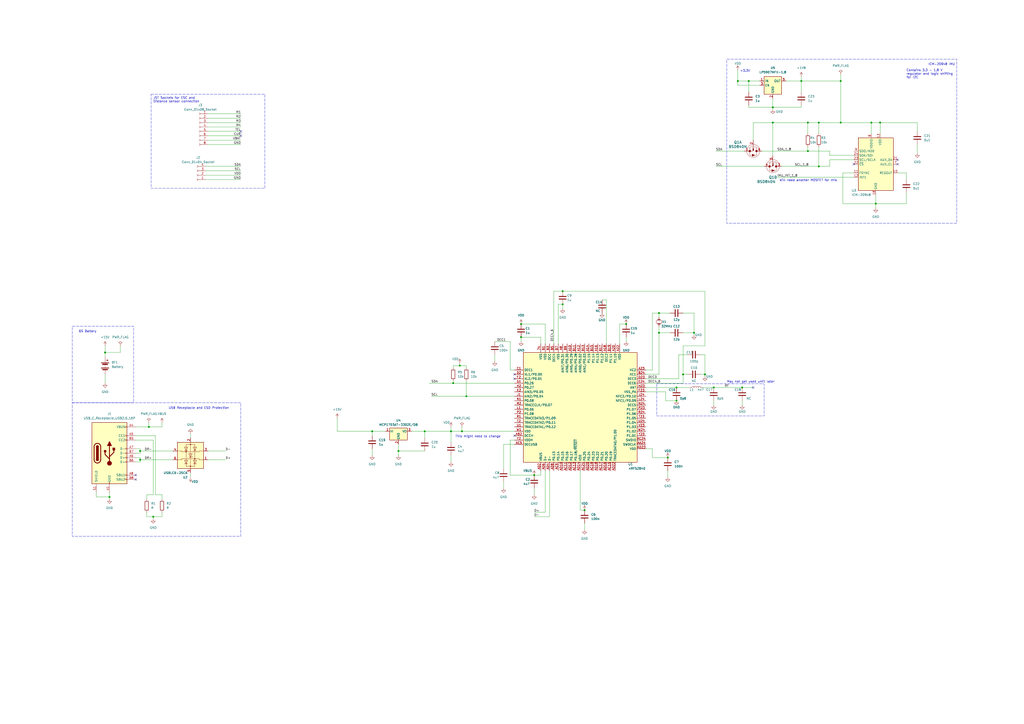
<source format=kicad_sch>
(kicad_sch (version 20230121) (generator eeschema)
  (paper "A2")
  (lib_symbols
    (symbol "BSD840N:BSD840NH6327XTSA1_1" (pin_names (offset 0.254) hide)
      (property "Reference" "Q" (at 15.7988 2.1082 0))
      (property "Value" "BSD840N" (at 16.1798 -0.4572 0))
      (symbol "BSD840NH6327XTSA1_1_1_0"
        (pin power_out line (at 0 -5.08 90) (length 3) (name "1") (number "1"))
        (pin power_in line (at -6.35 0 0) (length 3.7) (name "2") (number "2"))
        (pin power_in line (at 0 5.08 270) (length 3) (name "6") (number "6"))
      )
      (symbol "BSD840NH6327XTSA1_1_2_1"
        (pin power_in line (at 0 5.08 270) (length 3) (name "3") (number "3"))
        (pin unspecified line (at 0 -5.08 90) (length 3) (name "4") (number "4"))
        (pin power_in line (at -6.35 0 0) (length 3.7) (name "5") (number "5"))
      )
    )
    (symbol "Connector:Conn_01x04_Socket" (pin_names (offset 1.016) hide)
      (property "Reference" "J" (at 0 5.08 0))
      (property "Value" "Conn_01x04_Socket" (at 0 -7.62 0))
      (symbol "Conn_01x04_Socket_1_1"
        (pin passive line (at -5.08 2.54 0) (length 3.81) (name "Pin_1") (number "1"))
        (pin passive line (at -5.08 0 0) (length 3.81) (name "Pin_2") (number "2"))
        (pin passive line (at -5.08 -2.54 0) (length 3.81) (name "Pin_3") (number "3"))
        (pin passive line (at -5.08 -5.08 0) (length 3.81) (name "Pin_4") (number "4"))
      )
    )
    (symbol "Connector:Conn_01x08_Socket" (pin_names (offset 1.016) hide)
      (property "Reference" "J" (at 0 10.16 0))
      (property "Value" "Conn_01x08_Socket" (at 0 -12.7 0))
      (symbol "Conn_01x08_Socket_1_1"
        (pin passive line (at -5.08 7.62 0) (length 3.81) (name "Pin_1") (number "1"))
        (pin passive line (at -5.08 5.08 0) (length 3.81) (name "Pin_2") (number "2"))
        (pin passive line (at -5.08 2.54 0) (length 3.81) (name "Pin_3") (number "3"))
        (pin passive line (at -5.08 0 0) (length 3.81) (name "Pin_4") (number "4"))
        (pin passive line (at -5.08 -2.54 0) (length 3.81) (name "Pin_5") (number "5"))
        (pin passive line (at -5.08 -5.08 0) (length 3.81) (name "Pin_6") (number "6"))
        (pin passive line (at -5.08 -7.62 0) (length 3.81) (name "Pin_7") (number "7"))
        (pin passive line (at -5.08 -10.16 0) (length 3.81) (name "Pin_8") (number "8"))
      )
    )
    (symbol "Connector:USB_C_Receptacle_USB2.0_16P" (pin_names (offset 1.016))
      (property "Reference" "J" (at 0 22.225 0))
      (property "Value" "USB_C_Receptacle_USB2.0_16P" (at 0 19.685 0))
      (symbol "USB_C_Receptacle_USB2.0_16P_1_1"
        (pin passive line (at 0 -22.86 90) (length 5.08) (name "GND") (number "A1"))
        (pin passive line (at 0 -22.86 90) (length 5.08) hide (name "GND") (number "A12"))
        (pin passive line (at 15.24 15.24 180) (length 5.08) (name "VBUS") (number "A4"))
        (pin bidirectional line (at 15.24 10.16 180) (length 5.08) (name "CC1") (number "A5"))
        (pin bidirectional line (at 15.24 -2.54 180) (length 5.08) (name "D+") (number "A6"))
        (pin bidirectional line (at 15.24 2.54 180) (length 5.08) (name "D-") (number "A7"))
        (pin bidirectional line (at 15.24 -12.7 180) (length 5.08) (name "SBU1") (number "A8"))
        (pin passive line (at 15.24 15.24 180) (length 5.08) hide (name "VBUS") (number "A9"))
        (pin passive line (at 0 -22.86 90) (length 5.08) hide (name "GND") (number "B1"))
        (pin passive line (at 0 -22.86 90) (length 5.08) hide (name "GND") (number "B12"))
        (pin passive line (at 15.24 15.24 180) (length 5.08) hide (name "VBUS") (number "B4"))
        (pin bidirectional line (at 15.24 7.62 180) (length 5.08) (name "CC2") (number "B5"))
        (pin bidirectional line (at 15.24 -5.08 180) (length 5.08) (name "D+") (number "B6"))
        (pin bidirectional line (at 15.24 0 180) (length 5.08) (name "D-") (number "B7"))
        (pin bidirectional line (at 15.24 -15.24 180) (length 5.08) (name "SBU2") (number "B8"))
        (pin passive line (at 15.24 15.24 180) (length 5.08) hide (name "VBUS") (number "B9"))
        (pin passive line (at -7.62 -22.86 90) (length 5.08) (name "SHIELD") (number "S1"))
      )
    )
    (symbol "Device:Battery" (pin_numbers hide) (pin_names (offset 0) hide)
      (property "Reference" "BT" (at 2.54 2.54 0))
      (property "Value" "Battery" (at 2.54 0 0))
      (symbol "Battery_1_1"
        (pin passive line (at 0 5.08 270) (length 2.54) (name "+") (number "1"))
        (pin passive line (at 0 -5.08 90) (length 2.54) (name "-") (number "2"))
      )
    )
    (symbol "Device:C" (pin_numbers hide) (pin_names (offset 0.254))
      (property "Reference" "C" (at 0.635 2.54 0))
      (property "Value" "C" (at 0.635 -2.54 0))
      (symbol "C_1_1"
        (pin passive line (at 0 3.81 270) (length 2.794) (name "~") (number "1"))
        (pin passive line (at 0 -3.81 90) (length 2.794) (name "~") (number "2"))
      )
    )
    (symbol "Device:Crystal_Small" (pin_numbers hide) (pin_names (offset 1.016) hide)
      (property "Reference" "Y" (at 0 2.54 0))
      (property "Value" "Crystal_Small" (at 0 -2.54 0))
      (symbol "Crystal_Small_1_1"
        (pin passive line (at -2.54 0 0) (length 1.27) (name "1") (number "1"))
        (pin passive line (at 2.54 0 180) (length 1.27) (name "2") (number "2"))
      )
    )
    (symbol "Device:L" (pin_numbers hide) (pin_names (offset 1.016) hide)
      (property "Reference" "L" (at -1.27 0 90))
      (property "Value" "L" (at 1.905 0 90))
      (symbol "L_1_1"
        (pin passive line (at 0 3.81 270) (length 1.27) (name "1") (number "1"))
        (pin passive line (at 0 -3.81 90) (length 1.27) (name "2") (number "2"))
      )
    )
    (symbol "Device:R" (pin_numbers hide) (pin_names (offset 0))
      (property "Reference" "R" (at 2.032 0 90))
      (property "Value" "R" (at 0 0 90))
      (symbol "R_1_1"
        (pin passive line (at 0 3.81 270) (length 1.27) (name "~") (number "1"))
        (pin passive line (at 0 -3.81 90) (length 1.27) (name "~") (number "2"))
      )
    )
    (symbol "Regulator_Linear:LP5907MFX-1.8"
      (property "Reference" "U" (at -3.81 6.35 0))
      (property "Value" "LP5907MFX-1.8" (at 6.35 6.35 0))
      (symbol "LP5907MFX-1.8_0_1"
        (pin power_in line (at -7.62 2.54 0) (length 2.54) (name "IN") (number "1"))
        (pin power_in line (at 0 -7.62 90) (length 2.54) (name "GND") (number "2"))
        (pin input line (at -7.62 0 0) (length 2.54) (name "EN") (number "3"))
        (pin no_connect line (at 5.08 0 180) (length 2.54) hide (name "NC") (number "4"))
        (pin power_out line (at 7.62 2.54 180) (length 2.54) (name "OUT") (number "5"))
      )
    )
    (symbol "Regulator_Linear:MCP1703Ax-330xxDB" (pin_names (offset 0.254))
      (property "Reference" "U" (at -3.81 3.175 0))
      (property "Value" "MCP1703Ax-330xxDB" (at 0 3.175 0))
      (symbol "MCP1703Ax-330xxDB_1_1"
        (pin power_in line (at -7.62 0 0) (length 2.54) (name "VI") (number "1"))
        (pin power_in line (at 0 -7.62 90) (length 2.54) (name "GND") (number "2"))
        (pin power_out line (at 7.62 0 180) (length 2.54) (name "VO") (number "3"))
      )
    )
    (symbol "STM32_PhilsLab_SchSym:USBLC6-2SC6" (pin_names hide)
      (property "Reference" "U" (at 2.54 8.89 0))
      (property "Value" "USBLC6-2SC6" (at 2.54 -8.89 0))
      (symbol "USBLC6-2SC6_1_1"
        (pin passive line (at -10.16 2.54 0) (length 2.54) (name "I/O1") (number "1"))
        (pin passive line (at 0 -10.16 90) (length 2.54) (name "GND") (number "2"))
        (pin passive line (at -10.16 -2.54 0) (length 2.54) (name "I/O2") (number "3"))
        (pin passive line (at 10.16 -2.54 180) (length 2.54) (name "I/O2") (number "4"))
        (pin passive line (at 0 10.16 270) (length 2.54) (name "VBUS") (number "5"))
        (pin passive line (at 10.16 2.54 180) (length 2.54) (name "I/O1") (number "6"))
      )
    )
    (symbol "Sensor_Motion:ICM-20948"
      (property "Reference" "U" (at -11.43 16.51 0))
      (property "Value" "ICM-20948" (at 7.62 -16.51 0))
      (symbol "ICM-20948_1_1"
        (pin no_connect line (at -10.16 12.7 0) (length 2.54) hide (name "NC") (number "1"))
        (pin passive line (at 12.7 -5.08 180) (length 2.54) (name "REGOUT") (number "10"))
        (pin input line (at -12.7 -5.08 0) (length 2.54) (name "FSYNC") (number "11"))
        (pin output line (at -12.7 -7.62 0) (length 2.54) (name "INT1") (number "12"))
        (pin power_in line (at 2.54 17.78 270) (length 2.54) (name "VDD") (number "13"))
        (pin no_connect line (at 10.16 7.62 180) (length 2.54) hide (name "NC") (number "14"))
        (pin no_connect line (at 10.16 5.08 180) (length 2.54) hide (name "NC") (number "15"))
        (pin no_connect line (at 10.16 -7.62 180) (length 2.54) hide (name "NC") (number "16"))
        (pin no_connect line (at 10.16 -10.16 180) (length 2.54) hide (name "NC") (number "17"))
        (pin power_in line (at 0 -17.78 90) (length 2.54) (name "GND") (number "18"))
        (pin no_connect line (at 10.16 -12.7 180) (length 2.54) hide (name "RESV") (number "19"))
        (pin no_connect line (at -10.16 10.16 0) (length 2.54) hide (name "NC") (number "2"))
        (pin passive line (at 0 -17.78 90) (length 2.54) hide (name "GND") (number "20"))
        (pin bidirectional line (at 12.7 2.54 180) (length 2.54) (name "AUX_DA") (number "21"))
        (pin input line (at -12.7 0 0) (length 2.54) (name "~{CS}") (number "22"))
        (pin input line (at -12.7 2.54 0) (length 2.54) (name "SCL/SCLK") (number "23"))
        (pin bidirectional line (at -12.7 5.08 0) (length 2.54) (name "SDA/SDI") (number "24"))
        (pin no_connect line (at -10.16 -2.54 0) (length 2.54) hide (name "NC") (number "3"))
        (pin no_connect line (at -10.16 -10.16 0) (length 2.54) hide (name "NC") (number "4"))
        (pin no_connect line (at -10.16 -12.7 0) (length 2.54) hide (name "NC") (number "5"))
        (pin no_connect line (at 10.16 10.16 180) (length 2.54) hide (name "NC") (number "6"))
        (pin output line (at 12.7 0 180) (length 2.54) (name "AUX_CL") (number "7"))
        (pin power_in line (at -2.54 17.78 270) (length 2.54) (name "VDDIO") (number "8"))
        (pin bidirectional line (at -12.7 7.62 0) (length 2.54) (name "SDO/AD0") (number "9"))
      )
    )
    (symbol "nRF52840:nRF52840"
      (property "Reference" "U" (at 60.96 -2.54 0))
      (property "Value" "nRF52840" (at 63.5 -5.08 0))
      (symbol "nRF52840_1_1"
        (pin power_in line (at 10.16 68.58 270) (length 5.08) (name "VSS") (number "74"))
        (pin bidirectional line (at 27.94 68.58 270) (length 5.08) (name "AIN5/P0.29") (number "A10"))
        (pin bidirectional line (at 33.02 68.58 270) (length 5.08) (name "AIN0/P0.02") (number "A12"))
        (pin bidirectional line (at 38.1 68.58 270) (length 5.08) (name "P1.15") (number "A14"))
        (pin bidirectional line (at 43.18 68.58 270) (length 5.08) (name "P1.13") (number "A16"))
        (pin passive line (at 48.26 68.58 270) (length 5.08) (name "DEC2") (number "A18"))
        (pin bidirectional line (at 53.34 68.58 270) (length 5.08) (name "P1.10") (number "A20"))
        (pin power_in line (at 55.88 68.58 270) (length 5.08) (name "VDD") (number "A22"))
        (pin input line (at 71.12 53.34 180) (length 5.08) (name "XC2") (number "A23"))
        (pin bidirectional line (at 22.86 68.58 270) (length 5.08) (name "AIN7/P0.31") (number "A8"))
        (pin input line (at 71.12 10.16 180) (length 5.08) (name "SWDCLK") (number "AA24"))
        (pin power_out line (at -5.08 15.24 0) (length 5.08) (name "DCCH") (number "AB2"))
        (pin bidirectional line (at 25.4 -5.08 90) (length 5.08) (name "P0.16") (number "AC11"))
        (pin bidirectional line (at 30.48 -5.08 90) (length 5.08) (name "P0.18/~{RESET}") (number "AC13"))
        (pin bidirectional line (at 50.8 -5.08 90) (length 5.08) (name "P0.19") (number "AC15"))
        (pin bidirectional line (at 45.72 -5.08 90) (length 5.08) (name "P0.21") (number "AC17"))
        (pin bidirectional line (at 40.64 -5.08 90) (length 5.08) (name "P0.23") (number "AC19"))
        (pin bidirectional line (at 35.56 -5.08 90) (length 5.08) (name "P0.25") (number "AC21"))
        (pin bidirectional line (at 71.12 12.7 180) (length 5.08) (name "SWDIO") (number "AC24"))
        (pin passive line (at -5.08 10.16 0) (length 5.08) (name "DECUSB") (number "AC5"))
        (pin bidirectional line (at 20.32 -5.08 90) (length 5.08) (name "P0.14") (number "AC9"))
        (pin bidirectional line (at 22.86 -5.08 90) (length 5.08) (name "P0.15") (number "AD10"))
        (pin bidirectional line (at 27.94 -5.08 90) (length 5.08) (name "P0.17") (number "AD12"))
        (pin power_in line (at 33.02 -5.08 90) (length 5.08) (name "VDD") (number "AD14"))
        (pin bidirectional line (at 48.26 -5.08 90) (length 5.08) (name "P0.20") (number "AD16"))
        (pin bidirectional line (at 43.18 -5.08 90) (length 5.08) (name "P0.22") (number "AD18"))
        (pin power_in line (at 10.16 -5.08 90) (length 5.08) (name "VBUS") (number "AD2"))
        (pin bidirectional line (at 38.1 -5.08 90) (length 5.08) (name "P0.24") (number "AD20"))
        (pin bidirectional line (at 53.34 -5.08 90) (length 5.08) (name "TRACEDATA0/P1.00") (number "AD22"))
        (pin power_in line (at 71.12 7.62 180) (length 5.08) (name "VDD") (number "AD23"))
        (pin bidirectional line (at 15.24 -5.08 90) (length 5.08) (name "D-") (number "AD4"))
        (pin bidirectional line (at 12.7 -5.08 90) (length 5.08) (name "D+") (number "AD6"))
        (pin bidirectional line (at 17.78 -5.08 90) (length 5.08) (name "P0.13") (number "AD8"))
        (pin power_in line (at 12.7 68.58 270) (length 5.08) (name "VDD") (number "B1"))
        (pin bidirectional line (at 30.48 68.58 270) (length 5.08) (name "AIN4/P0.28") (number "B11"))
        (pin bidirectional line (at 35.56 68.58 270) (length 5.08) (name "AIN1/P0.03") (number "B13"))
        (pin bidirectional line (at 40.64 68.58 270) (length 5.08) (name "P1.14") (number "B15"))
        (pin bidirectional line (at 45.72 68.58 270) (length 5.08) (name "P1.12") (number "B17"))
        (pin bidirectional line (at 50.8 68.58 270) (length 5.08) (name "P1.11") (number "B19"))
        (pin input line (at 71.12 50.8 180) (length 5.08) (name "XC1") (number "B24"))
        (pin power_out line (at 15.24 68.58 270) (length 5.08) (name "DCC") (number "B3"))
        (pin passive line (at 17.78 68.58 270) (length 5.08) (name "DEC4") (number "B5"))
        (pin power_in line (at 20.32 68.58 270) (length 5.08) (name "VSS") (number "B7"))
        (pin bidirectional line (at 25.4 68.58 270) (length 5.08) (name "AIN6/P0.30") (number "B9"))
        (pin passive line (at -5.08 53.34 0) (length 5.08) (name "DEC1") (number "C1"))
        (pin bidirectional line (at -5.08 50.8 0) (length 5.08) (name "XL1/P0.00") (number "D2"))
        (pin passive line (at 71.12 48.26 180) (length 5.08) (name "DEC3") (number "D23"))
        (pin passive line (at 71.12 45.72 180) (length 5.08) (name "DEC6") (number "E24"))
        (pin bidirectional line (at -5.08 48.26 0) (length 5.08) (name "XL2/P0.01") (number "F2"))
        (pin power_in line (at 71.12 40.64 180) (length 5.08) (name "VSS_PA") (number "F23"))
        (pin bidirectional line (at -5.08 45.72 0) (length 5.08) (name "P0.26") (number "G1"))
        (pin bidirectional line (at -5.08 43.18 0) (length 5.08) (name "P0.27") (number "H2"))
        (pin passive line (at 71.12 43.18 180) (length 5.08) (name "ANT") (number "H23"))
        (pin bidirectional line (at -5.08 38.1 0) (length 5.08) (name "AIN2/P0.04") (number "J1"))
        (pin bidirectional line (at 71.12 38.1 180) (length 5.08) (name "NFC2/P0.10") (number "J24"))
        (pin bidirectional line (at -5.08 40.64 0) (length 5.08) (name "AIN3/P0.05") (number "K2"))
        (pin bidirectional line (at -5.08 30.48 0) (length 5.08) (name "P0.06") (number "L1"))
        (pin bidirectional line (at 71.12 35.56 180) (length 5.08) (name "NFC1/P0.09") (number "L24"))
        (pin bidirectional line (at -5.08 33.02 0) (length 5.08) (name "TRACECLK/P0.07") (number "M2"))
        (pin bidirectional line (at -5.08 35.56 0) (length 5.08) (name "P0.08") (number "N1"))
        (pin passive line (at 71.12 33.02 180) (length 5.08) (name "DEC5") (number "N24"))
        (pin bidirectional line (at -5.08 27.94 0) (length 5.08) (name "P1.08") (number "P2"))
        (pin bidirectional line (at 71.12 30.48 180) (length 5.08) (name "P1.07") (number "P23"))
        (pin bidirectional line (at -5.08 25.4 0) (length 5.08) (name "TRACEDATA3/P1.09") (number "R1"))
        (pin bidirectional line (at 71.12 27.94 180) (length 5.08) (name "P1.06") (number "R24"))
        (pin bidirectional line (at -5.08 22.86 0) (length 5.08) (name "TRACEDATA2/P0.11") (number "T2"))
        (pin bidirectional line (at 71.12 25.4 180) (length 5.08) (name "P1.05") (number "T23"))
        (pin bidirectional line (at -5.08 20.32 0) (length 5.08) (name "TRACEDATA1/P0.12") (number "U1"))
        (pin bidirectional line (at 71.12 22.86 180) (length 5.08) (name "P1.04") (number "U24"))
        (pin bidirectional line (at 71.12 20.32 180) (length 5.08) (name "P1.03") (number "V23"))
        (pin power_in line (at -5.08 17.78 0) (length 5.08) (name "VDD") (number "W1"))
        (pin bidirectional line (at 71.12 17.78 180) (length 5.08) (name "P1.02") (number "W24"))
        (pin power_in line (at -5.08 12.7 0) (length 5.08) (name "VDDH") (number "Y2"))
        (pin bidirectional line (at 71.12 15.24 180) (length 5.08) (name "P1.01") (number "Y23"))
      )
    )
    (symbol "power:+15V" (power) (pin_names (offset 0))
      (property "Value" "+15V" (at 0 3.556 0))
      (symbol "+15V_1_1"
        (pin power_in line (at 0 0 90) (length 0) hide (name "+15V") (number "1"))
      )
    )
    (symbol "power:+1V8" (power) (pin_names (offset 0))
      (property "Value" "+1V8" (at 0 3.556 0))
      (symbol "+1V8_1_1"
        (pin power_in line (at 0 0 90) (length 0) hide (name "+1V8") (number "1"))
      )
    )
    (symbol "power:GND" (power) (pin_names (offset 0))
      (property "Value" "GND" (at 0 -3.81 0))
      (symbol "GND_1_1"
        (pin power_in line (at 0 0 270) (length 0) hide (name "GND") (number "1"))
      )
    )
    (symbol "power:PWR_FLAG" (power) (pin_numbers hide) (pin_names (offset 0) hide)
      (property "Value" "PWR_FLAG" (at 0 3.81 0))
      (symbol "PWR_FLAG_0_0"
        (pin power_out line (at 0 0 90) (length 0) (name "pwr") (number "1"))
      )
    )
    (symbol "power:VBUS" (power) (pin_names (offset 0))
      (property "Value" "VBUS" (at 0 3.81 0))
      (symbol "VBUS_1_1"
        (pin power_in line (at 0 0 90) (length 0) hide (name "VBUS") (number "1"))
      )
    )
    (symbol "power:VDD" (power) (pin_names (offset 0))
      (property "Value" "VDD" (at 0 3.81 0))
      (symbol "VDD_1_1"
        (pin power_in line (at 0 0 90) (length 0) hide (name "VDD") (number "1"))
      )
    )
  )
  (junction (at 474.98 96.52))
  (junction (at 464.82 46.99))
  (junction (at 63.5 288.29))
  (junction (at 510.54 71.12))
  (junction (at 434.34 46.99))
  (junction (at 382.27 181.61))
  (junction (at 427.99 46.99))
  (junction (at 302.26 187.96))
  (junction (at 246.38 250.19))
  (junction (at 468.63 71.12))
  (junction (at 387.35 265.43))
  (junction (at 215.9 250.19))
  (junction (at 88.9 299.72))
  (junction (at 81.28 261.62))
  (junction (at 408.94 217.17))
  (junction (at 448.31 62.23))
  (junction (at 81.28 266.7))
  (junction (at 309.88 275.59))
  (junction (at 266.7 212.09))
  (junction (at 430.53 224.79))
  (junction (at 363.22 187.96))
  (junction (at 414.02 224.79))
  (junction (at 261.62 250.19))
  (junction (at 302.26 195.58))
  (junction (at 474.98 71.12))
  (junction (at 339.09 295.91))
  (junction (at 267.97 250.19))
  (junction (at 270.51 229.87))
  (junction (at 402.59 193.04))
  (junction (at 392.43 224.79))
  (junction (at 487.68 71.12))
  (junction (at 326.39 168.91))
  (junction (at 505.46 71.12))
  (junction (at 86.36 247.65))
  (junction (at 231.14 261.62))
  (junction (at 382.27 193.04))
  (junction (at 468.63 87.63))
  (junction (at 392.43 232.41))
  (junction (at 508 118.11))
  (junction (at 448.31 71.12))
  (junction (at 326.39 176.53))
  (junction (at 396.24 217.17))
  (junction (at 487.68 46.99))
  (junction (at 262.89 222.25))
  (junction (at 60.96 204.47))
  (no_connect (at 298.45 219.71))
  (no_connect (at 78.74 278.13))
  (no_connect (at 520.7 92.71))
  (no_connect (at 298.45 217.17))
  (no_connect (at 436.88 224.79))
  (no_connect (at 298.45 252.73))
  (no_connect (at 139.7 78.74))
  (no_connect (at 495.3 95.25))
  (no_connect (at 520.7 95.25))
  (no_connect (at 139.7 76.2))
  (no_connect (at 78.74 275.59))
  (wire (pts (xy 81.28 260.35) (xy 81.28 261.62)))
  (wire (pts (xy 215.9 260.35) (xy 215.9 264.16)))
  (wire (pts (xy 88.9 300.99) (xy 88.9 299.72)))
  (wire (pts (xy 88.9 299.72) (xy 93.98 299.72)))
  (wire (pts (xy 351.79 173.99) (xy 349.25 173.99)))
  (wire (pts (xy 481.33 90.17) (xy 495.3 90.17)))
  (wire (pts (xy 302.26 195.58) (xy 313.69 195.58)))
  (wire (pts (xy 195.58 242.57) (xy 195.58 250.19)))
  (wire (pts (xy 270.51 229.87) (xy 298.45 229.87)))
  (wire (pts (xy 402.59 193.04) (xy 402.59 194.31)))
  (wire (pts (xy 81.28 261.62) (xy 100.33 261.62)))
  (wire (pts (xy 321.31 199.39) (xy 321.31 168.91)))
  (wire (pts (xy 78.74 265.43) (xy 81.28 265.43)))
  (wire (pts (xy 378.46 265.43) (xy 387.35 265.43)))
  (wire (pts (xy 90.17 252.73) (xy 90.17 287.02)))
  (wire (pts (xy 378.46 260.35) (xy 378.46 265.43)))
  (wire (pts (xy 309.88 287.02) (xy 309.88 283.21)))
  (wire (pts (xy 393.7 219.71) (xy 393.7 205.74)))
  (wire (pts (xy 93.98 287.02) (xy 93.98 289.56)))
  (wire (pts (xy 326.39 168.91) (xy 408.94 168.91)))
  (wire (pts (xy 295.91 275.59) (xy 309.88 275.59)))
  (wire (pts (xy 262.89 212.09) (xy 266.7 212.09)))
  (wire (pts (xy 415.29 87.63) (xy 431.8 87.63)))
  (wire (pts (xy 313.69 273.05) (xy 313.69 275.59)))
  (wire (pts (xy 474.98 85.09) (xy 474.98 96.52)))
  (wire (pts (xy 63.5 285.75) (xy 63.5 288.29)))
  (wire (pts (xy 266.7 210.82) (xy 266.7 212.09)))
  (wire (pts (xy 402.59 193.04) (xy 396.24 193.04)))
  (wire (pts (xy 448.31 62.23) (xy 448.31 63.5)))
  (wire (pts (xy 81.28 266.7) (xy 100.33 266.7)))
  (wire (pts (xy 298.45 257.81) (xy 292.1 257.81)))
  (wire (pts (xy 323.85 176.53) (xy 326.39 176.53)))
  (wire (pts (xy 246.38 250.19) (xy 261.62 250.19)))
  (wire (pts (xy 266.7 212.09) (xy 270.51 212.09)))
  (wire (pts (xy 387.35 273.05) (xy 387.35 276.86)))
  (wire (pts (xy 110.49 254) (xy 110.49 251.46)))
  (wire (pts (xy 231.14 264.16) (xy 231.14 261.62)))
  (wire (pts (xy 382.27 181.61) (xy 388.62 181.61)))
  (wire (pts (xy 313.69 195.58) (xy 313.69 199.39)))
  (wire (pts (xy 359.41 199.39) (xy 359.41 187.96)))
  (wire (pts (xy 525.78 118.11) (xy 508 118.11)))
  (wire (pts (xy 295.91 214.63) (xy 295.91 198.12)))
  (wire (pts (xy 231.14 261.62) (xy 246.38 261.62)))
  (wire (pts (xy 93.98 245.11) (xy 93.98 247.65)))
  (wire (pts (xy 262.89 222.25) (xy 298.45 222.25)))
  (wire (pts (xy 427.99 40.64) (xy 427.99 46.99)))
  (wire (pts (xy 436.88 71.12) (xy 436.88 81.28)))
  (wire (pts (xy 427.99 49.53) (xy 440.69 49.53)))
  (wire (pts (xy 81.28 261.62) (xy 81.28 262.89)))
  (wire (pts (xy 295.91 214.63) (xy 298.45 214.63)))
  (wire (pts (xy 525.78 111.76) (xy 525.78 118.11)))
  (wire (pts (xy 488.95 100.33) (xy 488.95 118.11)))
  (wire (pts (xy 85.09 287.02) (xy 85.09 289.56)))
  (wire (pts (xy 450.85 102.87) (xy 495.3 102.87)))
  (wire (pts (xy 88.9 255.27) (xy 88.9 287.02)))
  (wire (pts (xy 88.9 287.02) (xy 85.09 287.02)))
  (wire (pts (xy 119.38 99.06) (xy 139.7 99.06)))
  (wire (pts (xy 363.22 195.58) (xy 363.22 198.12)))
  (wire (pts (xy 292.1 283.21) (xy 292.1 279.4)))
  (wire (pts (xy 81.28 262.89) (xy 78.74 262.89)))
  (wire (pts (xy 448.31 71.12) (xy 468.63 71.12)))
  (wire (pts (xy 396.24 217.17) (xy 398.78 217.17)))
  (wire (pts (xy 267.97 247.65) (xy 267.97 250.19)))
  (wire (pts (xy 309.88 299.72) (xy 318.77 299.72)))
  (wire (pts (xy 120.65 266.7) (xy 130.81 266.7)))
  (wire (pts (xy 434.34 62.23) (xy 448.31 62.23)))
  (wire (pts (xy 434.34 46.99) (xy 434.34 53.34)))
  (wire (pts (xy 396.24 222.25) (xy 396.24 217.17)))
  (wire (pts (xy 261.62 250.19) (xy 267.97 250.19)))
  (wire (pts (xy 119.38 104.14) (xy 139.7 104.14)))
  (wire (pts (xy 63.5 288.29) (xy 63.5 289.56)))
  (wire (pts (xy 408.94 217.17) (xy 408.94 218.44)))
  (wire (pts (xy 78.74 252.73) (xy 90.17 252.73)))
  (wire (pts (xy 474.98 71.12) (xy 474.98 77.47)))
  (wire (pts (xy 430.53 224.79) (xy 436.88 224.79)))
  (wire (pts (xy 85.09 297.18) (xy 85.09 299.72)))
  (wire (pts (xy 86.36 245.11) (xy 86.36 247.65)))
  (wire (pts (xy 487.68 46.99) (xy 487.68 71.12)))
  (wire (pts (xy 316.23 273.05) (xy 316.23 297.18)))
  (wire (pts (xy 316.23 187.96) (xy 316.23 199.39)))
  (wire (pts (xy 464.82 46.99) (xy 464.82 53.34)))
  (wire (pts (xy 78.74 260.35) (xy 81.28 260.35)))
  (wire (pts (xy 386.08 232.41) (xy 392.43 232.41)))
  (wire (pts (xy 246.38 250.19) (xy 246.38 254)))
  (wire (pts (xy 318.77 273.05) (xy 318.77 299.72)))
  (wire (pts (xy 434.34 46.99) (xy 440.69 46.99)))
  (wire (pts (xy 336.55 295.91) (xy 339.09 295.91)))
  (wire (pts (xy 388.62 193.04) (xy 382.27 193.04)))
  (wire (pts (xy 261.62 250.19) (xy 261.62 256.54)))
  (wire (pts (xy 120.65 73.66) (xy 139.7 73.66)))
  (wire (pts (xy 487.68 43.18) (xy 487.68 46.99)))
  (wire (pts (xy 359.41 187.96) (xy 363.22 187.96)))
  (wire (pts (xy 434.34 60.96) (xy 434.34 62.23)))
  (wire (pts (xy 267.97 250.19) (xy 298.45 250.19)))
  (wire (pts (xy 139.7 66.04) (xy 120.65 66.04)))
  (wire (pts (xy 402.59 181.61) (xy 402.59 193.04)))
  (wire (pts (xy 326.39 176.53) (xy 326.39 179.07)))
  (wire (pts (xy 396.24 181.61) (xy 402.59 181.61)))
  (wire (pts (xy 81.28 265.43) (xy 81.28 266.7)))
  (wire (pts (xy 302.26 198.12) (xy 302.26 195.58)))
  (wire (pts (xy 495.3 100.33) (xy 488.95 100.33)))
  (wire (pts (xy 468.63 77.47) (xy 468.63 71.12)))
  (wire (pts (xy 261.62 247.65) (xy 261.62 250.19)))
  (wire (pts (xy 378.46 181.61) (xy 382.27 181.61)))
  (wire (pts (xy 481.33 92.71) (xy 481.33 96.52)))
  (wire (pts (xy 270.51 212.09) (xy 270.51 213.36)))
  (wire (pts (xy 119.38 101.6) (xy 139.7 101.6)))
  (wire (pts (xy 505.46 77.47) (xy 505.46 71.12)))
  (wire (pts (xy 110.49 276.86) (xy 110.49 274.32)))
  (wire (pts (xy 351.79 199.39) (xy 351.79 173.99)))
  (wire (pts (xy 396.24 200.66) (xy 408.94 200.66)))
  (wire (pts (xy 393.7 205.74) (xy 398.78 205.74)))
  (wire (pts (xy 488.95 118.11) (xy 508 118.11)))
  (wire (pts (xy 60.96 217.17) (xy 60.96 222.25)))
  (wire (pts (xy 455.93 46.99) (xy 464.82 46.99)))
  (wire (pts (xy 481.33 92.71) (xy 495.3 92.71)))
  (wire (pts (xy 508 118.11) (xy 508 120.65)))
  (wire (pts (xy 464.82 44.45) (xy 464.82 46.99)))
  (wire (pts (xy 55.88 288.29) (xy 63.5 288.29)))
  (wire (pts (xy 120.65 76.2) (xy 139.7 76.2)))
  (wire (pts (xy 386.08 227.33) (xy 386.08 232.41)))
  (wire (pts (xy 248.92 222.25) (xy 262.89 222.25)))
  (wire (pts (xy 295.91 255.27) (xy 295.91 275.59)))
  (wire (pts (xy 468.63 85.09) (xy 468.63 87.63)))
  (wire (pts (xy 78.74 247.65) (xy 86.36 247.65)))
  (wire (pts (xy 287.02 198.12) (xy 295.91 198.12)))
  (wire (pts (xy 406.4 205.74) (xy 408.94 205.74)))
  (wire (pts (xy 302.26 187.96) (xy 316.23 187.96)))
  (wire (pts (xy 78.74 255.27) (xy 88.9 255.27)))
  (wire (pts (xy 374.65 224.79) (xy 392.43 224.79)))
  (wire (pts (xy 427.99 46.99) (xy 427.99 49.53)))
  (wire (pts (xy 231.14 257.81) (xy 231.14 261.62)))
  (wire (pts (xy 120.65 68.58) (xy 139.7 68.58)))
  (wire (pts (xy 510.54 71.12) (xy 532.13 71.12)))
  (wire (pts (xy 215.9 250.19) (xy 215.9 252.73)))
  (wire (pts (xy 481.33 87.63) (xy 481.33 90.17)))
  (wire (pts (xy 474.98 96.52) (xy 481.33 96.52)))
  (wire (pts (xy 510.54 71.12) (xy 510.54 77.47)))
  (wire (pts (xy 321.31 168.91) (xy 326.39 168.91)))
  (wire (pts (xy 396.24 217.17) (xy 396.24 200.66)))
  (wire (pts (xy 382.27 189.23) (xy 382.27 193.04)))
  (wire (pts (xy 90.17 287.02) (xy 93.98 287.02)))
  (wire (pts (xy 309.88 275.59) (xy 313.69 275.59)))
  (wire (pts (xy 406.4 217.17) (xy 408.94 217.17)))
  (wire (pts (xy 295.91 255.27) (xy 298.45 255.27)))
  (wire (pts (xy 60.96 204.47) (xy 60.96 200.66)))
  (wire (pts (xy 487.68 71.12) (xy 505.46 71.12)))
  (wire (pts (xy 120.65 78.74) (xy 139.7 78.74)))
  (wire (pts (xy 448.31 71.12) (xy 448.31 90.17)))
  (wire (pts (xy 408.94 168.91) (xy 408.94 200.66)))
  (wire (pts (xy 215.9 250.19) (xy 223.52 250.19)))
  (wire (pts (xy 468.63 87.63) (xy 481.33 87.63)))
  (wire (pts (xy 525.78 100.33) (xy 525.78 104.14)))
  (wire (pts (xy 374.65 219.71) (xy 393.7 219.71)))
  (wire (pts (xy 81.28 267.97) (xy 78.74 267.97)))
  (wire (pts (xy 374.65 222.25) (xy 396.24 222.25)))
  (wire (pts (xy 250.19 229.87) (xy 270.51 229.87)))
  (wire (pts (xy 195.58 250.19) (xy 215.9 250.19)))
  (wire (pts (xy 382.27 181.61) (xy 382.27 184.15)))
  (wire (pts (xy 120.65 81.28) (xy 139.7 81.28)))
  (wire (pts (xy 55.88 285.75) (xy 55.88 288.29)))
  (wire (pts (xy 508 113.03) (xy 508 118.11)))
  (wire (pts (xy 374.65 227.33) (xy 386.08 227.33)))
  (wire (pts (xy 453.39 96.52) (xy 474.98 96.52)))
  (wire (pts (xy 69.85 200.66) (xy 69.85 204.47)))
  (wire (pts (xy 120.65 71.12) (xy 139.7 71.12)))
  (wire (pts (xy 468.63 71.12) (xy 474.98 71.12)))
  (wire (pts (xy 415.29 96.52) (xy 443.23 96.52)))
  (wire (pts (xy 436.88 71.12) (xy 448.31 71.12)))
  (wire (pts (xy 441.96 87.63) (xy 468.63 87.63)))
  (wire (pts (xy 81.28 266.7) (xy 81.28 267.97)))
  (wire (pts (xy 60.96 207.01) (xy 60.96 204.47)))
  (wire (pts (xy 120.65 83.82) (xy 139.7 83.82)))
  (wire (pts (xy 119.38 96.52) (xy 139.7 96.52)))
  (wire (pts (xy 448.31 57.15) (xy 448.31 62.23)))
  (wire (pts (xy 532.13 71.12) (xy 532.13 76.2)))
  (wire (pts (xy 408.94 205.74) (xy 408.94 217.17)))
  (wire (pts (xy 430.53 234.95) (xy 430.53 232.41)))
  (wire (pts (xy 474.98 71.12) (xy 487.68 71.12)))
  (wire (pts (xy 382.27 217.17) (xy 374.65 217.17)))
  (wire (pts (xy 287.02 205.74) (xy 287.02 209.55)))
  (wire (pts (xy 505.46 71.12) (xy 510.54 71.12)))
  (wire (pts (xy 414.02 234.95) (xy 414.02 232.41)))
  (wire (pts (xy 532.13 83.82) (xy 532.13 88.9)))
  (wire (pts (xy 407.67 224.79) (xy 414.02 224.79)))
  (wire (pts (xy 261.62 264.16) (xy 261.62 267.97)))
  (wire (pts (xy 382.27 193.04) (xy 382.27 217.17)))
  (wire (pts (xy 414.02 224.79) (xy 430.53 224.79)))
  (wire (pts (xy 336.55 273.05) (xy 336.55 295.91)))
  (wire (pts (xy 262.89 220.98) (xy 262.89 222.25)))
  (wire (pts (xy 520.7 100.33) (xy 525.78 100.33)))
  (wire (pts (xy 464.82 46.99) (xy 487.68 46.99)))
  (wire (pts (xy 93.98 299.72) (xy 93.98 297.18)))
  (wire (pts (xy 374.65 214.63) (xy 378.46 214.63)))
  (wire (pts (xy 378.46 214.63) (xy 378.46 181.61)))
  (wire (pts (xy 448.31 62.23) (xy 464.82 62.23)))
  (wire (pts (xy 69.85 204.47) (xy 60.96 204.47)))
  (wire (pts (xy 85.09 299.72) (xy 88.9 299.72)))
  (wire (pts (xy 238.76 250.19) (xy 246.38 250.19)))
  (wire (pts (xy 392.43 224.79) (xy 400.05 224.79)))
  (wire (pts (xy 86.36 247.65) (xy 93.98 247.65)))
  (wire (pts (xy 262.89 212.09) (xy 262.89 213.36)))
  (wire (pts (xy 464.82 62.23) (xy 464.82 60.96)))
  (wire (pts (xy 120.65 261.62) (xy 130.81 261.62)))
  (wire (pts (xy 309.88 297.18) (xy 316.23 297.18)))
  (wire (pts (xy 323.85 199.39) (xy 323.85 176.53)))
  (wire (pts (xy 292.1 257.81) (xy 292.1 271.78)))
  (wire (pts (xy 427.99 46.99) (xy 434.34 46.99)))
  (wire (pts (xy 374.65 260.35) (xy 378.46 260.35)))
  (wire (pts (xy 270.51 220.98) (xy 270.51 229.87)))
  (wire (pts (xy 339.09 303.53) (xy 339.09 307.34)))
  (rectangle (start 41.91 189.23) (end 77.47 233.68) (stroke (width 0) (type dash)))
  (rectangle (start 421.64 34.29) (end 554.99 129.54) (stroke (width 0) (type dash)))
  (rectangle (start 41.91 233.68) (end 139.7 311.15) (stroke (width 0) (type dash)))
  (rectangle (start 87.63 54.61) (end 153.67 109.22) (stroke (width 0) (type dash)))
  (rectangle (start 381 222.6497) (end 443.23 241.3) (stroke (width 0) (type dash)))
  (text "This might need to change" (at 264.16 254 0) (effects (font (size 1.27 1.27)) (justify left bottom)))
  (text "6S Battery" (at 45.72 193.04 0) (effects (font (size 1.27 1.27)) (justify left bottom)))
  (text "JST Sockets for ESC and \nDistance sensor connection" (at 88.9 59.69 0) (effects (font (size 1.27 1.27)) (justify left bottom)))
  (text "Will need another MOSFET for this" (at 452.12 105.41 0) (effects (font (size 1.27 1.27)) (justify left bottom)))
  (text "+3.3V" (at 429.26 41.91 0) (effects (font (size 1.27 1.27)) (justify left bottom)))
  (text "Contains 3.3 - 1.8 V\nregulator and logic shifting\nfor I2C" (at 525.78 45.72 0) (effects (font (size 1.27 1.27)) (justify left bottom)))
  (text "ICM-20948 IMU" (at 538.48 38.1 0) (effects (font (size 1.27 1.27)) (justify left bottom)))
  (text "USB Receptacle and ESD Protection" (at 97.79 237.49 0) (effects (font (size 1.27 1.27)) (justify left bottom)))
  (text "May not get used until later" (at 421.64 222.25 0) (effects (font (size 1.27 1.27)) (justify left bottom)))
  (label "D+" (at 309.88 297.18 0))
  (label "GND" (at 139.7 104.14 180))
  (label "M4" (at 139.7 73.66 180))
  (label "RF" (at 420.37 224.79 0))
  (label "SCL" (at 250.19 229.87 0))
  (label "DR-" (at 83.82 261.62 0))
  (label "M1" (at 139.7 66.04 180))
  (label "DR+" (at 83.82 266.7 0))
  (label "SDA_1_8" (at 450.85 87.63 0))
  (label "D-" (at 309.88 299.72 0))
  (label "D+" (at 130.81 266.7 0))
  (label "SCL" (at 415.29 96.52 0))
  (label "M2" (at 139.7 68.58 180))
  (label "SCL" (at 139.7 99.06 180))
  (label "D-" (at 130.81 261.62 0))
  (label "VDD" (at 139.7 101.6 180))
  (label "DEC4_6" (at 375.92 222.25 0))
  (label "DEC4_6" (at 321.31 198.12 90))
  (label "SCL_1_8" (at 461.01 96.52 0))
  (label "SDA" (at 415.29 87.63 0))
  (label "M3" (at 139.7 71.12 180))
  (label "IMU_INT_1_8" (at 450.85 102.87 0))
  (label "CUR" (at 139.7 78.74 180))
  (label "SDA" (at 250.19 222.25 0))
  (label "GND" (at 139.7 83.82 180))
  (label "DEC1" (at 288.29 198.12 0))
  (label "SDA" (at 139.7 96.52 180))
  (label "DEC3" (at 375.92 219.71 0))
  (label "VBAT" (at 139.7 81.28 180))
  (label "TEL" (at 139.7 76.2 180))
  (symbol (lib_id "power:VDD") (at 427.99 40.64 0) (unit 1)
    (property "Reference" "#PWR035" (effects hide))
    (property "Value" "VDD" (at 427.99 36.83 0))
  )
  (symbol (lib_id "Device:C") (at 532.13 80.01 0) (unit 1)
    (property "Reference" "C21" (at 535.94 78.74 0) (effects (justify left)))
    (property "Value" "0u1" (at 535.94 81.28 0) (effects (justify left)))
  )
  (symbol (lib_id "Sensor_Motion:ICM-20948") (at 508 95.25 0) (unit 1)
    (property "Reference" "U3" (at 494.03 110.49 0) (effects (justify left)))
    (property "Value" "ICM-20948" (at 494.03 113.03 0) (effects (justify left)))
    (property "Footprint" "Sensor_Motion:InvenSense_QFN-24_3x3mm_P0.4mm" (effects hide))
    (property "Datasheet" "http://www.invensense.com/wp-content/uploads/2016/06/DS-000189-ICM-20948-v1.3.pdf" (effects hide))
    (property "Link" "https://www.digikey.com/en/products/detail/tdk-invensense/icm-20948/6623535" (effects hide))
    (property "Manufacturer" "Invensense" (effects hide))
  )
  (symbol (lib_id "Device:R") (at 468.63 81.28 0) (unit 1)
    (property "Reference" "R4" (at 469.9 80.01 0) (effects (justify left)))
    (property "Value" "10k" (at 469.9 82.55 0) (effects (justify left)))
  )
  (symbol (lib_id "power:GND") (at 387.35 276.86 0) (unit 1)
    (property "Reference" "#PWR013" (effects hide))
    (property "Value" "GND" (at 387.35 281.94 0))
  )
  (symbol (lib_id "Regulator_Linear:MCP1703Ax-330xxDB") (at 231.14 250.19 0) (unit 1)
    (property "Reference" "U4" (at 231.14 243.84 0))
    (property "Value" "MCP1703AT-3302E/DB" (at 231.14 246.38 0))
    (property "Footprint" "Package_TO_SOT_SMD:SOT-223-3_TabPin2" (effects hide))
    (property "Datasheet" "http://ww1.microchip.com/downloads/en/DeviceDoc/20005122B.pdf" (effects hide))
    (property "Link" "https://www.digikey.com/en/products/detail/microchip-technology/mcp1703at-3302e-db/3131473" (effects hide))
    (property "Manufacturer" "Microchip" (effects hide))
  )
  (symbol (lib_id "power:GND") (at 292.1 283.21 0) (unit 1)
    (property "Reference" "#PWR022" (effects hide))
    (property "Value" "GND" (at 292.1 288.29 0))
  )
  (symbol (lib_id "Connector:USB_C_Receptacle_USB2.0_16P") (at 63.5 262.89 0) (unit 1)
    (property "Reference" "J1" (at 63.5 240.03 0))
    (property "Value" "USB_C_Receptacle_USB2.0_16P" (at 63.5 242.57 0))
    (property "Footprint" "Connector_USB:USB_C_Receptacle_GCT_USB4105-xx-A_16P_TopMnt_Horizontal" (effects hide))
    (property "Datasheet" "https://www.usb.org/sites/default/files/documents/usb_type-c.zip" (effects hide))
    (property "Link" "https://www.digikey.com/en/products/detail/amphenol-cs-commercial-products/GSB1C4621DSHR/21623863" (effects hide))
    (property "Manufacturer" "Amphenol ICC (Commercial Products)" (effects hide))
  )
  (symbol (lib_id "Device:C") (at 326.39 172.72 0) (unit 1)
    (property "Reference" "C9" (at 328.93 171.45 0) (effects (justify left)))
    (property "Value" "1u" (at 328.93 173.99 0) (effects (justify left)))
  )
  (symbol (lib_id "power:GND") (at 532.13 88.9 0) (unit 1)
    (property "Reference" "#PWR036" (effects hide))
    (property "Value" "GND" (at 532.13 93.98 0))
  )
  (symbol (lib_id "power:GND") (at 392.43 232.41 0) (unit 1)
    (property "Reference" "#PWR029" (effects hide))
    (property "Value" "GND" (at 392.43 236.22 0))
  )
  (symbol (lib_id "Device:C") (at 434.34 57.15 0) (unit 1)
    (property "Reference" "C3" (at 438.15 55.88 0) (effects (justify left)))
    (property "Value" "1u" (at 438.15 58.42 0) (effects (justify left)))
  )
  (symbol (lib_id "power:PWR_FLAG") (at 86.36 245.11 0) (unit 1)
    (property "Reference" "#FLG04" (effects hide))
    (property "Value" "PWR_FLAG" (at 86.36 240.03 0))
  )
  (symbol (lib_id "power:GND") (at 430.53 234.95 0) (unit 1)
    (property "Reference" "#PWR031" (effects hide))
    (property "Value" "GND" (at 430.53 238.76 0))
  )
  (symbol (lib_id "Device:C") (at 392.43 181.61 90) (unit 1)
    (property "Reference" "C13" (at 392.43 177.8 90))
    (property "Value" "12p" (at 392.43 185.42 90))
  )
  (symbol (lib_id "power:GND") (at 63.5 289.56 0) (unit 1)
    (property "Reference" "#PWR020" (effects hide))
    (property "Value" "GND" (at 63.5 294.64 0))
  )
  (symbol (lib_id "Device:R") (at 262.89 217.17 0) (unit 1)
    (property "Reference" "R5" (at 265.43 215.9 0) (effects (justify left)))
    (property "Value" "10k" (at 265.43 218.44 0) (effects (justify left)))
  )
  (symbol (lib_id "Device:C") (at 292.1 275.59 0) (unit 1)
    (property "Reference" "C8" (at 287.02 274.32 0) (effects (justify left)))
    (property "Value" "4u7" (at 285.75 276.86 0) (effects (justify left)))
  )
  (symbol (lib_id "Device:C") (at 287.02 201.93 0) (unit 1)
    (property "Reference" "C5" (at 289.56 200.66 0) (effects (justify left)))
    (property "Value" "100n" (at 289.56 203.2 0) (effects (justify left)))
  )
  (symbol (lib_id "Device:L") (at 403.86 224.79 90) (unit 1)
    (property "Reference" "L1" (at 401.32 226.06 90))
    (property "Value" "4n7" (at 406.4 226.06 90))
  )
  (symbol (lib_id "BSD840N:BSD840NH6327XTSA1_1") (at 448.31 96.52 270) (unit 2)
    (property "Reference" "Q1" (at 448.3608 102.87 90) (effects (font (size 1.524 1.524))))
    (property "Value" "BSD840N" (at 444.5 105.41 90) (effects (font (size 1.524 1.524))))
    (property "Footprint" "BSD840N:PG-SOT-363-DUAL-N_INF" (effects hide))
    (property "Datasheet" "BSD840NH6327XTSA1" (effects hide))
    (property "Link" "https://www.digikey.com/en/products/detail/infineon-technologies/BSD840NH6327XTSA1/2783455" (effects hide))
    (property "Manufacturer" "Infineon Technologies" (effects hide))
  )
  (symbol (lib_id "Device:C") (at 414.02 228.6 180) (unit 1)
    (property "Reference" "C17" (at 411.48 226.06 0))
    (property "Value" "0p5" (at 417.83 231.14 0))
  )
  (symbol (lib_id "Device:C") (at 215.9 256.54 0) (unit 1)
    (property "Reference" "C19" (at 219.71 255.27 0) (effects (justify left)))
    (property "Value" "1u" (at 219.71 257.81 0) (effects (justify left)))
  )
  (symbol (lib_id "power:GND") (at 414.02 234.95 0) (unit 1)
    (property "Reference" "#PWR030" (effects hide))
    (property "Value" "GND" (at 414.02 238.76 0))
  )
  (symbol (lib_id "power:GND") (at 60.96 222.25 0) (unit 1)
    (property "Reference" "#PWR017" (effects hide))
    (property "Value" "GND" (at 60.96 227.33 0))
  )
  (symbol (lib_id "Device:C") (at 349.25 177.8 0) (unit 1)
    (property "Reference" "C14" (at 345.44 175.26 0) (effects (justify left)))
    (property "Value" "NC" (at 345.44 180.34 0) (effects (justify left)))
  )
  (symbol (lib_id "power:GND") (at 363.22 198.12 0) (unit 1)
    (property "Reference" "#PWR027" (effects hide))
    (property "Value" "GND" (at 363.22 203.2 0))
  )
  (symbol (lib_id "Device:C") (at 363.22 191.77 0) (unit 1)
    (property "Reference" "C15" (at 365.76 190.5 0) (effects (justify left)))
    (property "Value" "1u" (at 365.76 193.04 0) (effects (justify left)))
  )
  (symbol (lib_id "STM32_PhilsLab_SchSym:USBLC6-2SC6") (at 110.49 264.16 180) (unit 1)
    (property "Reference" "U2" (at 108.8389 276.86 0) (effects (justify left)))
    (property "Value" "USBLC6-2SC6" (at 108.8389 274.32 0) (effects (justify left)))
    (property "Footprint" "Package_TO_SOT_SMD:SOT-23-6" (effects hide))
    (property "Datasheet" "https://www.st.com/resource/en/datasheet/usblc6-2.pdf" (effects hide))
  )
  (symbol (lib_id "Device:C") (at 430.53 228.6 180) (unit 1)
    (property "Reference" "C18" (at 427.99 226.06 0))
    (property "Value" "NC" (at 434.34 231.14 0))
  )
  (symbol (lib_id "power:VBUS") (at 93.98 245.11 0) (unit 1)
    (property "Reference" "#PWR016" (effects hide))
    (property "Value" "VBUS" (at 93.98 240.03 0))
  )
  (symbol (lib_id "Device:C") (at 392.43 193.04 90) (unit 1)
    (property "Reference" "C12" (at 392.43 189.23 90))
    (property "Value" "12p" (at 392.43 196.85 90))
  )
  (symbol (lib_id "power:VDD") (at 266.7 210.82 0) (unit 1)
    (property "Reference" "#PWR037" (effects hide))
    (property "Value" "VDD" (at 264.16 208.28 0))
  )
  (symbol (lib_id "Device:C") (at 309.88 279.4 0) (unit 1)
    (property "Reference" "C2" (at 304.8 278.13 0) (effects (justify left)))
    (property "Value" "4u7" (at 303.53 280.67 0) (effects (justify left)))
  )
  (symbol (lib_id "BSD840N:BSD840NH6327XTSA1_1") (at 436.88 87.63 270) (unit 1)
    (property "Reference" "Q1" (at 427.99 82.55 90) (effects (font (size 1.524 1.524))))
    (property "Value" "BSD840N" (at 427.99 85.09 90) (effects (font (size 1.524 1.524))))
    (property "Footprint" "BSD840N:PG-SOT-363-DUAL-N_INF" (effects hide))
    (property "Datasheet" "BSD840NH6327XTSA1" (effects hide))
    (property "Link" "https://www.digikey.com/en/products/detail/infineon-technologies/BSD840NH6327XTSA1/2783455" (effects hide))
    (property "Manufacturer" "Infineon Technologies" (effects hide))
  )
  (symbol (lib_id "power:+15V") (at 60.96 200.66 0) (unit 1)
    (property "Reference" "#PWR018" (effects hide))
    (property "Value" "+15V" (at 60.96 195.58 0))
  )
  (symbol (lib_id "power:VDD") (at 363.22 187.96 0) (unit 1)
    (property "Reference" "#PWR028" (effects hide))
    (property "Value" "VDD" (at 363.22 184.15 0))
  )
  (symbol (lib_id "power:VDD") (at 302.26 187.96 0) (unit 1)
    (property "Reference" "#PWR02" (effects hide))
    (property "Value" "VDD" (at 302.26 182.88 0))
  )
  (symbol (lib_id "power:VDD") (at 110.49 276.86 180) (unit 1)
    (property "Reference" "#PWR014" (effects hide))
    (property "Value" "VDD" (at 113.03 279.4 0))
  )
  (symbol (lib_id "Device:R") (at 474.98 81.28 0) (unit 1)
    (property "Reference" "R3" (at 476.25 80.01 0) (effects (justify left)))
    (property "Value" "10k" (at 476.25 82.55 0) (effects (justify left)))
  )
  (symbol (lib_id "power:VBUS") (at 309.88 275.59 0) (unit 1)
    (property "Reference" "#PWR09" (effects hide))
    (property "Value" "VBUS" (at 306.07 273.05 0))
  )
  (symbol (lib_id "power:PWR_FLAG") (at 267.97 247.65 0) (unit 1)
    (property "Reference" "#FLG01" (effects hide))
    (property "Value" "PWR_FLAG" (at 267.97 242.57 0))
  )
  (symbol (lib_id "Device:Crystal_Small") (at 382.27 186.69 90) (unit 1)
    (property "Reference" "X1" (at 384.0117 186.6773 90) (effects (justify right)))
    (property "Value" "32MHz" (at 383.54 189.23 90) (effects (justify right)))
  )
  (symbol (lib_id "power:PWR_FLAG") (at 487.68 43.18 0) (unit 1)
    (property "Reference" "#FLG02" (effects hide))
    (property "Value" "PWR_FLAG" (at 487.68 38.1 0))
  )
  (symbol (lib_id "Device:C") (at 464.82 57.15 0) (unit 1)
    (property "Reference" "C23" (at 468.63 55.88 0) (effects (justify left)))
    (property "Value" "1u" (at 468.63 58.42 0) (effects (justify left)))
  )
  (symbol (lib_id "Device:C") (at 339.09 299.72 0) (unit 1)
    (property "Reference" "C6" (at 342.9 298.45 0) (effects (justify left)))
    (property "Value" "100n" (at 342.9 300.99 0) (effects (justify left)))
  )
  (symbol (lib_id "Device:C") (at 302.26 191.77 0) (unit 1)
    (property "Reference" "C1" (at 304.8 190.5 0) (effects (justify left)))
    (property "Value" "1u" (at 304.8 193.04 0) (effects (justify left)))
  )
  (symbol (lib_id "power:+1V8") (at 464.82 44.45 0) (unit 1)
    (property "Reference" "#PWR04" (effects hide))
    (property "Value" "+1V8" (at 464.82 39.37 0))
  )
  (symbol (lib_id "power:GND") (at 88.9 300.99 0) (unit 1)
    (property "Reference" "#PWR021" (effects hide))
    (property "Value" "GND" (at 88.9 306.07 0))
  )
  (symbol (lib_id "Device:C") (at 402.59 205.74 90) (unit 1)
    (property "Reference" "C11" (at 400.05 204.47 90))
    (property "Value" "100p" (at 402.59 209.55 90))
  )
  (symbol (lib_id "power:VDD") (at 261.62 247.65 0) (unit 1)
    (property "Reference" "#PWR07" (effects hide))
    (property "Value" "VDD" (at 259.08 245.11 0))
  )
  (symbol (lib_id "Device:R") (at 270.51 217.17 0) (unit 1)
    (property "Reference" "R6" (at 273.05 215.9 0) (effects (justify left)))
    (property "Value" "10k" (at 273.05 218.44 0) (effects (justify left)))
  )
  (symbol (lib_id "power:GND") (at 408.94 218.44 0) (unit 1)
    (property "Reference" "#PWR024" (effects hide))
    (property "Value" "GND" (at 411.48 218.44 0))
  )
  (symbol (lib_id "power:PWR_FLAG") (at 69.85 200.66 0) (unit 1)
    (property "Reference" "#FLG03" (effects hide))
    (property "Value" "PWR_FLAG" (at 69.85 195.58 0))
  )
  (symbol (lib_id "power:+15V") (at 195.58 242.57 0) (unit 1)
    (property "Reference" "#PWR019" (effects hide))
    (property "Value" "+15V" (at 195.58 237.49 0))
  )
  (symbol (lib_id "power:GND") (at 302.26 198.12 0) (unit 1)
    (property "Reference" "#PWR05" (effects hide))
    (property "Value" "GND" (at 302.26 203.2 0))
  )
  (symbol (lib_id "power:GND") (at 349.25 181.61 0) (unit 1)
    (property "Reference" "#PWR026" (effects hide))
    (property "Value" "GND" (at 349.2005 185.6648 0))
  )
  (symbol (lib_id "nRF52840:nRF52840") (at 303.53 267.97 0) (unit 1)
    (property "Reference" "U1" (at 365.76 269.24 0))
    (property "Value" "nRF52840" (at 369.57 271.78 0))
    (property "Footprint" "Package_DFN_QFN:Nordic_AQFN-73-1EP_7x7mm_P0.5mm" (effects hide))
    (property "Datasheet" "http://infocenter.nordicsemi.com/topic/com.nordic.infocenter.nrf52/dita/nrf52/chips/nrf52840.html" (effects hide))
  )
  (symbol (lib_id "power:GND") (at 508 120.65 0) (unit 1)
    (property "Reference" "#PWR034" (effects hide))
    (property "Value" "GND" (at 508 125.73 0))
  )
  (symbol (lib_id "power:GND") (at 215.9 264.16 0) (unit 1)
    (property "Reference" "#PWR033" (effects hide))
    (property "Value" "GND" (at 215.9 269.24 0))
  )
  (symbol (lib_id "Connector:Conn_01x08_Socket") (at 115.57 73.66 0) (mirror y) (unit 1)
    (property "Reference" "J3" (at 116.205 60.96 0))
    (property "Value" "Conn_01x08_Socket" (at 116.205 63.5 0))
    (property "Footprint" "Connector_JST:JST_SH_SM08B-SRSS-TB_1x08-1MP_P1.00mm_Horizontal" (effects hide))
    (property "Link" "https://www.digikey.com/en/products/detail/jst-sales-america-inc/sm08b-srss-tb/926714" (effects hide))
    (property "Manufacturer" "JST Sales America Inc." (effects hide))
  )
  (symbol (lib_id "Device:R") (at 85.09 293.37 0) (unit 1)
    (property "Reference" "R1" (at 87.63 292.1 0) (effects (justify left)))
    (property "Value" "R" (at 87.63 294.64 0) (effects (justify left)))
  )
  (symbol (lib_id "Device:C") (at 387.35 269.24 0) (unit 1)
    (property "Reference" "C7" (at 391.16 267.97 0) (effects (justify left)))
    (property "Value" "100n" (at 391.16 270.51 0) (effects (justify left)))
  )
  (symbol (lib_id "Connector:Conn_01x04_Socket") (at 114.3 101.6 180) (unit 1)
    (property "Reference" "J2" (at 114.935 91.44 0))
    (property "Value" "Conn_01x04_Socket" (at 114.935 93.98 0))
    (property "Footprint" "Connector_JST:JST_SH_SM04B-SRSS-TB_1x04-1MP_P1.00mm_Horizontal" (effects hide))
    (property "Link" "https://www.digikey.com/en/products/detail/jst-sales-america-inc/SM04B-SRSS-TB/926710" (effects hide))
    (property "Manufacturer" "JST Sales America Inc." (effects hide))
  )
  (symbol (lib_id "Device:R") (at 93.98 293.37 0) (unit 1)
    (property "Reference" "R2" (at 96.52 292.1 0) (effects (justify left)))
    (property "Value" "R" (at 96.52 294.64 0) (effects (justify left)))
  )
  (symbol (lib_id "Device:C") (at 392.43 228.6 180) (unit 1)
    (property "Reference" "C16" (at 389.89 226.06 0))
    (property "Value" "0p8" (at 396.24 231.14 0))
  )
  (symbol (lib_id "Device:C") (at 402.59 217.17 90) (unit 1)
    (property "Reference" "C10" (at 402.59 213.36 90))
    (property "Value" "NC" (at 402.59 220.98 90))
  )
  (symbol (lib_id "Device:C") (at 261.62 260.35 0) (unit 1)
    (property "Reference" "C4" (at 265.43 259.08 0) (effects (justify left)))
    (property "Value" "4u7" (at 265.43 261.62 0) (effects (justify left)))
  )
  (symbol (lib_id "power:GND") (at 309.88 287.02 0) (unit 1)
    (property "Reference" "#PWR03" (effects hide))
    (property "Value" "GND" (at 309.88 292.1 0))
  )
  (symbol (lib_id "Device:C") (at 246.38 257.81 0) (unit 1)
    (property "Reference" "C20" (at 250.19 256.54 0) (effects (justify left)))
    (property "Value" "1u" (at 250.19 259.08 0) (effects (justify left)))
  )
  (symbol (lib_id "Regulator_Linear:LP5907MFX-1.8") (at 448.31 49.53 0) (unit 1)
    (property "Reference" "U5" (at 448.31 39.37 0))
    (property "Value" "LP5907MFX-1.8" (at 448.31 41.91 0))
    (property "Footprint" "Package_TO_SOT_SMD:SOT-23-5" (effects hide))
    (property "Datasheet" "http://www.ti.com/lit/ds/symlink/lp5907.pdf" (effects hide))
  )
  (symbol (lib_id "Device:C") (at 525.78 107.95 0) (unit 1)
    (property "Reference" "C22" (at 529.59 106.68 0) (effects (justify left)))
    (property "Value" "0u1" (at 529.59 109.22 0) (effects (justify left)))
  )
  (symbol (lib_id "power:VDD") (at 339.09 295.91 0) (unit 1)
    (property "Reference" "#PWR010" (effects hide))
    (property "Value" "VDD" (at 339.09 292.1 0))
  )
  (symbol (lib_id "power:GND") (at 110.49 251.46 180) (unit 1)
    (property "Reference" "#PWR015" (effects hide))
    (property "Value" "GND" (at 110.49 246.38 0))
  )
  (symbol (lib_id "power:GND") (at 287.02 209.55 0) (unit 1)
    (property "Reference" "#PWR08" (effects hide))
    (property "Value" "GND" (at 287.02 214.63 0))
  )
  (symbol (lib_id "power:VDD") (at 387.35 265.43 0) (unit 1)
    (property "Reference" "#PWR012" (effects hide))
    (property "Value" "VDD" (at 387.35 261.62 0))
  )
  (symbol (lib_id "Device:Battery") (at 60.96 212.09 0) (unit 1)
    (property "Reference" "BT1" (at 64.77 210.2485 0) (effects (justify left)))
    (property "Value" "Battery" (at 64.77 212.7885 0) (effects (justify left)))
    (property "Footprint" "MiscPads:Pad" (effects hide))
  )
  (symbol (lib_id "power:GND") (at 231.14 264.16 0) (unit 1)
    (property "Reference" "#PWR032" (effects hide))
    (property "Value" "GND" (at 231.14 269.24 0))
  )
  (symbol (lib_id "power:GND") (at 339.09 307.34 0) (unit 1)
    (property "Reference" "#PWR011" (effects hide))
    (property "Value" "GND" (at 339.09 312.42 0))
  )
  (symbol (lib_id "power:GND") (at 448.31 63.5 0) (unit 1)
    (property "Reference" "#PWR01" (effects hide))
    (property "Value" "GND" (at 452.12 64.77 0))
  )
  (symbol (lib_id "power:GND") (at 402.59 194.31 0) (unit 1)
    (property "Reference" "#PWR025" (effects hide))
    (property "Value" "GND" (at 405.13 194.31 0))
  )
  (symbol (lib_id "power:GND") (at 261.62 267.97 0) (unit 1)
    (property "Reference" "#PWR06" (effects hide))
    (property "Value" "GND" (at 261.62 273.05 0))
  )
  (symbol (lib_id "power:GND") (at 326.39 179.07 0) (unit 1)
    (property "Reference" "#PWR023" (effects hide))
    (property "Value" "GND" (at 326.39 184.15 0))
  )
)
</source>
